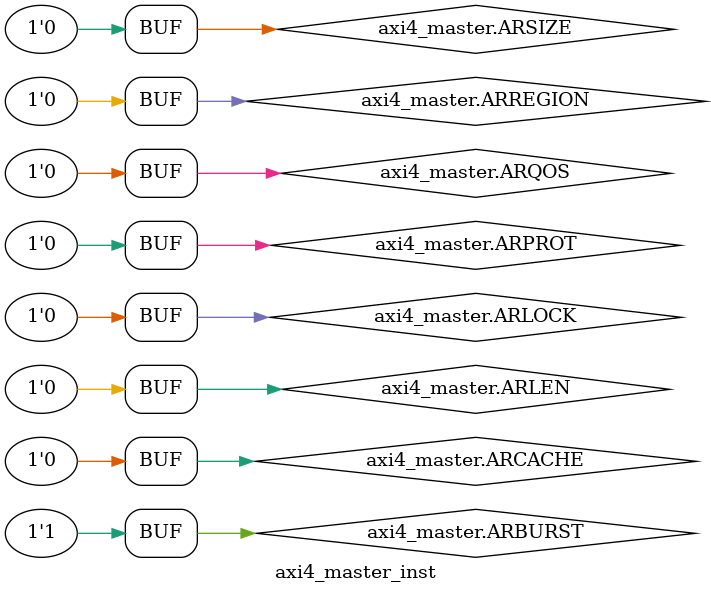
<source format=sv>
module axi4_master_inst(
    axi4_if.m axi4_master,
    sram_if.s inst_sram_slave
);



parameter STATE_IDLE_R = 3'b100;
parameter STATE_RADDR = 3'b101;
parameter STATE_RDATA = 3'b110;
parameter STATE_RREPAIR = 3'b111;

logic [2:0]read_state;
reg ram_rd_valid;
reg cancel_op;
reg [31 : 0] cancel_op_addr;
reg cancel_lock;

/// read channels
assign axi4_master.ARREGION = 4'b0000;
assign axi4_master.ARLEN = 0;
assign axi4_master.ARSIZE = 3'b010;
assign axi4_master.ARBURST = 2'b01;
assign axi4_master.ARLOCK  = 0;
assign axi4_master.ARCACHE = 0;
assign axi4_master.ARPROT  = 0;
assign axi4_master.ARQOS = 4'b0000;

always_ff @(posedge axi4_master.ACLK)begin
    if (!axi4_master.ARESETn) begin
        read_state <= STATE_IDLE_R;
        axi4_master.ARID <=0;
        ram_rd_valid <= 0;
    end
    else
        case(read_state)
            STATE_IDLE_R:begin
                ram_rd_valid <= 0;
                if(inst_sram_slave.sram_rd_en)begin
                    read_state <= STATE_RADDR;
                    axi4_master.ARADDR <= inst_sram_slave.sram_rd_addr;
                end
                else
                    read_state <= STATE_IDLE_R;
                
            end
            STATE_RADDR:begin
                axi4_master.ARID <= 0;
                if(axi4_master.ARVALID && axi4_master.ARREADY)begin
                    read_state <= STATE_RDATA;
                end
                else
                    read_state <= STATE_RADDR;
            end
            STATE_RDATA:begin
                if(axi4_master.RVALID && axi4_master.RLAST)begin
                        ram_rd_valid <=1'b1;
                        read_state <= cancel_op ? STATE_IDLE_R : STATE_RREPAIR;
                        inst_sram_slave.sram_rd_data <= axi4_master.RDATA;
                    end
                else
                    read_state <= STATE_RDATA;

            end
            STATE_RREPAIR:begin
                ram_rd_valid <= 0;
                axi4_master.ARADDR <= inst_sram_slave.sram_rd_addr;
                read_state <= STATE_RADDR; 
            end
            default: read_state <= STATE_IDLE_R;
        endcase
end

wire clk = axi4_master.ACLK;
wire rst = !axi4_master.ARESETn;
always_ff@(posedge clk)begin
    if (rst)
        cancel_lock <= 0;
    else if (!cancel_op && !cancel_lock)begin
        cancel_lock <= 1;
        cancel_op_addr <= inst_sram_slave.sram_rd_addr;
    end if (cancel_op && cancel_lock)begin
        cancel_lock <= 0;
    end
end

always_ff@(posedge axi4_master.ACLK)begin
    if (!axi4_master.ARESETn)begin
        cancel_op <= 1;
    end else if(inst_sram_slave.sram_cancel_rd)
        cancel_op <= 0;
    else if (ram_rd_valid)
        cancel_op <= 1;
end
assign axi4_master.ARVALID = read_state == STATE_RADDR;
assign axi4_master.RREADY = read_state == STATE_RDATA;


assign inst_sram_slave.sram_rd_valid = cancel_op & ram_rd_valid;
endmodule:axi4_master_inst
</source>
